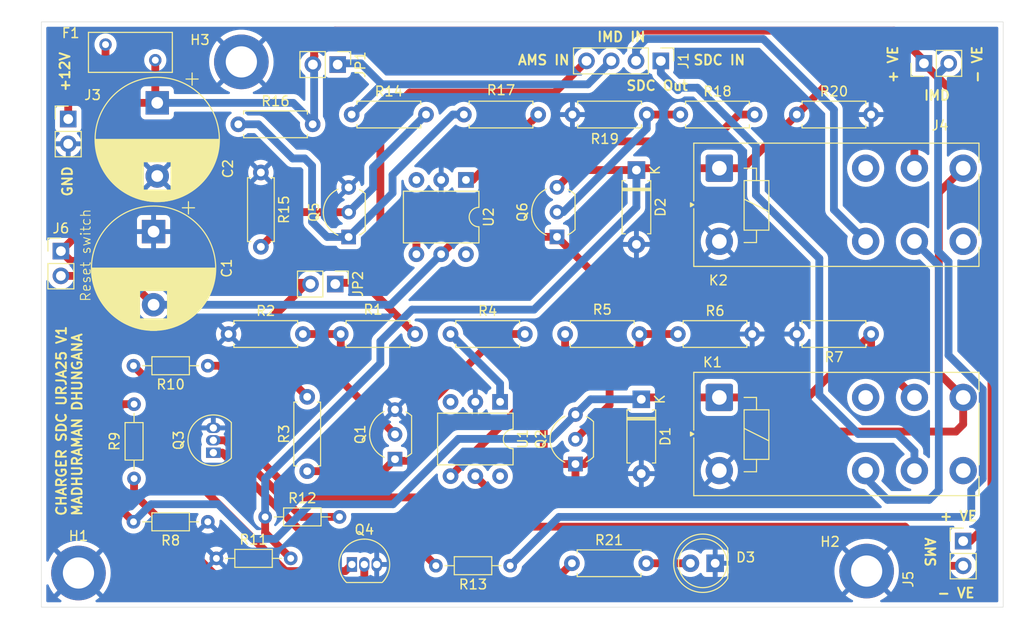
<source format=kicad_pcb>
(kicad_pcb (version 20240108) (generator "pcbnew") (generator_version "8.0")
  (layers (0 "F.Cu" signal) (31 "B.Cu" signal) (34 "B.Paste" user) (35 "F.Paste" user) (36 "B.SilkS" user "B.Silkscreen") (37 "F.SilkS" user "F.Silkscreen") (38 "B.Mask" user) (39 "F.Mask" user) (44 "Edge.Cuts" user))
  (net 0 "")
  (net 1 "AMS LED +ve")
  (net 2 "Reset Switch -Ve")
  (net 3 "GND")
  (net 4 "AMS Fault Led")
  (net 5 "IMD Fault Led")
  (net 6 "IMD Status In")
  (net 7 "AMS Status in")
  (net 8 "SDC OUT")
  (net 9 "SDC IN")
  (net 10 "IMD LED -ve")
  (net 11 "AMS LED -ve")
  (net 13 "Net-(K1-Pad22)")
  (net 17 "Net-(Q1-B)")
  (net 18 "Net-(Q1-C)")
  (net 19 "Net-(Q2-B)")
  (net 20 "Net-(Q5-C)")
  (net 21 "Net-(Q5-B)")
  (net 22 "Net-(Q6-B)")
  (net 23 "Net-(R4-Pad1)")
  (net 24 "Net-(R5-Pad2)")
  (net 25 "Net-(R17-Pad1)")
  (net 26 "Net-(R18-Pad2)")
  (net 31 "Net-(D3-A)")
  (net 32 "Net-(J3-Pin_1)")
  (net 33 "Net-(Q3-C)")
  (net 34 "Net-(Q3-B)")
  (net 35 "Net-(Q4-C)")
  (net 36 "Net-(Q4-B)")
  (footprint "Resistor_THT:R_Axial_DIN0207_L6.3mm_D2.5mm_P7.62mm_Horizontal" (layer "F.Cu") (at 117.81 71.25)
    (property "Reference" "R14" (at 3.81 -2.37 0) (layer "F.SilkS"))
    (property "Value" "1K")
    (pad "1" thru_hole circle (at 0 0) (size 1.6 1.6) (drill 0.8) (layers "*.Cu" "*.Mask") (net 6 "IMD Status In"))
    (pad "2" thru_hole oval (at 7.62 0) (size 1.6 1.6) (drill 0.8) (layers "*.Cu" "*.Mask") (net 21 "Net-(Q5-B)"))
  )
  (footprint "Capacitor_THT:CP_Radial_D12.5mm_P7.50mm" (layer "F.Cu") (at 97.5 83.25 -90)
    (property "Reference" "C1" (at 3.75 -7.5 90) (layer "F.SilkS"))
    (property "Value" "C_Polarized")
    (pad "1" thru_hole rect (at 0 0 270) (size 2.4 2.4) (drill 1.2) (layers "*.Cu" "*.Mask") (net 3 "GND"))
    (pad "2" thru_hole circle (at 7.5 0 270) (size 2.4 2.4) (drill 1.2) (layers "*.Cu" "*.Mask") (net 2 "Reset Switch -Ve"))
  )
  (footprint "Package_TO_SOT_THT:TO-92_Inline_Wide" (layer "F.Cu") (at 140.75 107.08 90)
    (property "Reference" "Q2" (at 2.54 -3.56 90) (layer "F.SilkS"))
    (property "Value" "NPN")
    (pad "1" thru_hole rect (at 0 0 90) (size 1.5 1.5) (drill 0.8) (layers "*.Cu" "*.Mask") (net 2 "Reset Switch -Ve"))
    (pad "2" thru_hole circle (at 2.54 0 90) (size 1.5 1.5) (drill 0.8) (layers "*.Cu" "*.Mask") (net 19 "Net-(Q2-B)"))
    (pad "3" thru_hole circle (at 5.08 0 90) (size 1.5 1.5) (drill 0.8) (layers "*.Cu" "*.Mask") (net 4 "AMS Fault Led"))
  )
  (footprint "Package_TO_SOT_THT:TO-92_Inline_Wide" (layer "F.Cu") (at 138.86 83.79 90)
    (property "Reference" "Q6" (at 2.54 -3.56 90) (layer "F.SilkS"))
    (property "Value" "NPN")
    (pad "1" thru_hole rect (at 0 0 90) (size 1.5 1.5) (drill 0.8) (layers "*.Cu" "*.Mask") (net 2 "Reset Switch -Ve"))
    (pad "2" thru_hole circle (at 2.54 0 90) (size 1.5 1.5) (drill 0.8) (layers "*.Cu" "*.Mask") (net 22 "Net-(Q6-B)"))
    (pad "3" thru_hole circle (at 5.08 0 90) (size 1.5 1.5) (drill 0.8) (layers "*.Cu" "*.Mask") (net 5 "IMD Fault Led"))
  )
  (footprint "Resistor_THT:R_Axial_DIN0204_L3.6mm_D1.6mm_P7.62mm_Horizontal" (layer "F.Cu") (at 103.06 97 180)
    (property "Reference" "R10" (at 3.81 -1.92 0) (layer "F.SilkS"))
    (property "Value" "220")
    (pad "1" thru_hole circle (at 0 0 180) (size 1.4 1.4) (drill 0.7) (layers "*.Cu" "*.Mask") (net 11 "AMS LED -ve"))
    (pad "2" thru_hole oval (at 7.62 0 180) (size 1.4 1.4) (drill 0.7) (layers "*.Cu" "*.Mask") (net 35 "Net-(Q4-C)"))
  )
  (footprint "MountingHole:MountingHole_3.2mm_M3_DIN965_Pad" (layer "F.Cu") (at 89.8 118.25)
    (property "Reference" "H1" (at 0 -3.8 0) (layer "F.SilkS"))
    (property "Value" "MountingHole_Pad")
    (pad "1" thru_hole circle (at 0 0) (size 5.6 5.6) (drill 3.2) (layers "*.Cu" "*.Mask") (net 3 "GND"))
  )
  (footprint "MountingHole:MountingHole_3.2mm_M3_DIN965_Pad" (layer "F.Cu") (at 106.5 65.85)
    (property "Reference" "H3" (at -4.25 -2.25 0) (layer "F.SilkS"))
    (property "Value" "MountingHole_Pad")
    (pad "1" thru_hole circle (at 0 0) (size 5.6 5.6) (drill 3.2) (layers "*.Cu" "*.Mask") (net 3 "GND"))
  )
  (footprint "Package_TO_SOT_THT:TO-92L_Inline_Wide" (layer "F.Cu") (at 117.5 83.8 90)
    (property "Reference" "Q5" (at 2.54 -3.56 90) (layer "F.SilkS"))
    (property "Value" "NPN")
    (pad "1" thru_hole rect (at 0 0 90) (size 1.5 1.5) (drill 0.8) (layers "*.Cu" "*.Mask") (net 20 "Net-(Q5-C)"))
    (pad "2" thru_hole circle (at 2.54 0 90) (size 1.5 1.5) (drill 0.8) (layers "*.Cu" "*.Mask") (net 21 "Net-(Q5-B)"))
    (pad "3" thru_hole circle (at 5.08 0 90) (size 1.5 1.5) (drill 0.8) (layers "*.Cu" "*.Mask") (net 3 "GND"))
  )
  (footprint "Resistor_THT:R_Axial_DIN0207_L6.3mm_D2.5mm_P7.62mm_Horizontal" (layer "F.Cu") (at 127.94 93.75)
    (property "Reference" "R4" (at 3.81 -2.37 0) (layer "F.SilkS"))
    (property "Value" "1K")
    (pad "1" thru_hole circle (at 0 0) (size 1.6 1.6) (drill 0.8) (layers "*.Cu" "*.Mask") (net 23 "Net-(R4-Pad1)"))
    (pad "2" thru_hole oval (at 7.62 0) (size 1.6 1.6) (drill 0.8) (layers "*.Cu" "*.Mask") (net 18 "Net-(Q1-C)"))
  )
  (footprint "Package_DIP:DIP-6_W7.62mm" (layer "F.Cu") (at 129.525 77.95 -90)
    (property "Reference" "U2" (at 3.81 -2.33 90) (layer "F.SilkS"))
    (property "Value" "4N25")
    (pad "1" thru_hole rect (at 0 0 270) (size 1.6 1.6) (drill 0.8) (layers "*.Cu" "*.Mask") (net 25 "Net-(R17-Pad1)"))
    (pad "2" thru_hole oval (at 0 2.54 270) (size 1.6 1.6) (drill 0.8) (layers "*.Cu" "*.Mask") (net 3 "GND"))
    (pad "3" thru_hole oval (at 0 5.08 270) (size 1.6 1.6) (drill 0.8) (layers "*.Cu" "*.Mask"))
    (pad "4" thru_hole oval (at 7.62 5.08 270) (size 1.6 1.6) (drill 0.8) (layers "*.Cu" "*.Mask") (net 26 "Net-(R18-Pad2)"))
    (pad "5" thru_hole oval (at 7.62 2.54 270) (size 1.6 1.6) (drill 0.8) (layers "*.Cu" "*.Mask") (net 2 "Reset Switch -Ve"))
    (pad "6" thru_hole oval (at 7.62 0 270) (size 1.6 1.6) (drill 0.8) (layers "*.Cu" "*.Mask"))
  )
  (footprint "Package_TO_SOT_THT:TO-92L_Inline_Wide" (layer "F.Cu") (at 122.25 106.58 90)
    (property "Reference" "Q1" (at 2.54 -3.56 90) (layer "F.SilkS"))
    (property "Value" "NPN")
    (pad "1" thru_hole rect (at 0 0 90) (size 1.5 1.5) (drill 0.8) (layers "*.Cu" "*.Mask") (net 18 "Net-(Q1-C)"))
    (pad "2" thru_hole circle (at 2.54 0 90) (size 1.5 1.5) (drill 0.8) (layers "*.Cu" "*.Mask") (net 17 "Net-(Q1-B)"))
    (pad "3" thru_hole circle (at 5.08 0 90) (size 1.5 1.5) (drill 0.8) (layers "*.Cu" "*.Mask") (net 3 "GND"))
  )
  (footprint "Package_TO_SOT_THT:TO-92_Inline" (layer "F.Cu") (at 117.835 117.375)
    (property "Reference" "Q4" (at 1.27 -3.56 0) (layer "F.SilkS"))
    (property "Value" "BC547")
    (pad "1" thru_hole rect (at 0 0) (size 1.05 1.5) (drill 0.75) (layers "*.Cu" "*.Mask") (net 35 "Net-(Q4-C)"))
    (pad "2" thru_hole oval (at 1.27 0) (size 1.05 1.5) (drill 0.75) (layers "*.Cu" "*.Mask") (net 36 "Net-(Q4-B)"))
    (pad "3" thru_hole oval (at 2.54 0) (size 1.05 1.5) (drill 0.75) (layers "*.Cu" "*.Mask") (net 3 "GND"))
  )
  (footprint "Resistor_THT:R_Axial_DIN0207_L6.3mm_D2.5mm_P7.62mm_Horizontal" (layer "F.Cu") (at 140.39 117.25)
    (property "Reference" "R21" (at 3.81 -2.37 0) (layer "F.SilkS"))
    (property "Value" "1K")
    (pad "1" thru_hole circle (at 0 0) (size 1.6 1.6) (drill 0.8) (layers "*.Cu" "*.Mask") (net 1 "AMS LED +ve"))
    (pad "2" thru_hole oval (at 7.62 0) (size 1.6 1.6) (drill 0.8) (layers "*.Cu" "*.Mask") (net 31 "Net-(D3-A)"))
  )
  (footprint "Resistor_THT:R_Axial_DIN0207_L6.3mm_D2.5mm_P7.62mm_Horizontal" (layer "F.Cu") (at 171.06 93.75 180)
    (property "Reference" "R7" (at 3.81 -2.37 0) (layer "F.SilkS"))
    (property "Value" "10K")
    (pad "1" thru_hole circle (at 0 0 180) (size 1.6 1.6) (drill 0.8) (layers "*.Cu" "*.Mask") (net 4 "AMS Fault Led"))
    (pad "2" thru_hole oval (at 7.62 0 180) (size 1.6 1.6) (drill 0.8) (layers "*.Cu" "*.Mask") (net 3 "GND"))
  )
  (footprint "MountingHole:MountingHole_3.2mm_M3_DIN965_Pad" (layer "F.Cu") (at 170.6 118.05)
    (property "Reference" "H2" (at -3.75 -3 0) (layer "F.SilkS"))
    (property "Value" "MountingHole_Pad")
    (pad "1" thru_hole circle (at 0 0) (size 5.6 5.6) (drill 3.2) (layers "*.Cu" "*.Mask") (net 3 "GND"))
  )
  (footprint "Resistor_THT:R_Axial_DIN0207_L6.3mm_D2.5mm_P7.62mm_Horizontal" (layer "F.Cu") (at 136.93 71.25 180)
    (property "Reference" "R17" (at 3.81 2.5 0) (layer "F.SilkS"))
    (property "Value" "1K")
    (pad "1" thru_hole circle (at 0 0 180) (size 1.6 1.6) (drill 0.8) (layers "*.Cu" "*.Mask") (net 25 "Net-(R17-Pad1)"))
    (pad "2" thru_hole oval (at 7.62 0 180) (size 1.6 1.6) (drill 0.8) (layers "*.Cu" "*.Mask") (net 20 "Net-(Q5-C)"))
  )
  (footprint "Resistor_THT:R_Axial_DIN0204_L3.6mm_D1.6mm_P7.62mm_Horizontal" (layer "F.Cu") (at 103.06 113 180)
    (property "Reference" "R8" (at 3.81 -1.92 0) (layer "F.SilkS"))
    (property "Value" "10k")
    (pad "1" thru_hole circle (at 0 0 180) (size 1.4 1.4) (drill 0.7) (layers "*.Cu" "*.Mask") (net 3 "GND"))
    (pad "2" thru_hole oval (at 7.62 0 180) (size 1.4 1.4) (drill 0.7) (layers "*.Cu" "*.Mask") (net 4 "AMS Fault Led"))
  )
  (footprint "Diode_THT:D_A-405_P7.62mm_Horizontal" (layer "F.Cu") (at 147 76.94 -90)
    (property "Reference" "D2" (at 3.81 -2.47 90) (layer "F.SilkS"))
    (property "Value" "D")
    (fp_text user "K" (at 0 -1.9 90) (layer "F.SilkS"))
    (pad "1" thru_hole rect (at 0 0 270) (size 1.8 1.8) (drill 0.9) (layers "*.Cu" "*.Mask") (net 5 "IMD Fault Led"))
    (pad "2" thru_hole oval (at 7.62 0 270) (size 1.8 1.8) (drill 0.9) (layers "*.Cu" "*.Mask") (net 3 "GND"))
  )
  (footprint "Diode_THT:D_A-405_P7.62mm_Horizontal" (layer "F.Cu") (at 147.5 100.44 -90)
    (property "Reference" "D1" (at 3.81 -2.47 90) (layer "F.SilkS"))
    (property "Value" "D")
    (fp_text user "K" (at 0 -1.9 90) (layer "F.SilkS"))
    (pad "1" thru_hole rect (at 0 0 270) (size 1.8 1.8) (drill 0.9) (layers "*.Cu" "*.Mask") (net 4 "AMS Fault Led"))
    (pad "2" thru_hole oval (at 7.62 0 270) (size 1.8 1.8) (drill 0.9) (layers "*.Cu" "*.Mask") (net 3 "GND"))
  )
  (footprint "Resistor_THT:R_Axial_DIN0204_L3.6mm_D1.6mm_P7.62mm_Horizontal" (layer "F.Cu") (at 103.94 116.75)
    (property "Reference" "R11" (at 3.81 -1.92 0) (layer "F.SilkS"))
    (property "Value" "10k")
    (pad "1" thru_hole circle (at 0 0) (size 1.4 1.4) (drill 0.7) (layers "*.Cu" "*.Mask") (net 3 "GND"))
    (pad "2" thru_hole oval (at 7.62 0) (size 1.4 1.4) (drill 0.7) (layers "*.Cu" "*.Mask") (net 5 "IMD Fault Led"))
  )
  (footprint "Capacitor_THT:CP_Radial_D12.5mm_P7.50mm" (layer "F.Cu") (at 97.875 70.051041 -90)
    (property "Reference" "C2" (at 6.75 -7.25 90) (layer "F.SilkS"))
    (property "Value" "C_Polarized")
    (pad "1" thru_hole rect (at 0 0 270) (size 2.4 2.4) (drill 1.2) (layers "*.Cu" "*.Mask") (net 1 "AMS LED +ve"))
    (pad "2" thru_hole circle (at 7.5 0 270) (size 2.4 2.4) (drill 1.2) (layers "*.Cu" "*.Mask") (net 3 "GND"))
  )
  (footprint "Resistor_THT:R_Axial_DIN0207_L6.3mm_D2.5mm_P7.62mm_Horizontal" (layer "F.Cu") (at 148.06 71.25 180)
    (property "Reference" "R19" (at 4.31 -2.5 0) (layer "F.SilkS"))
    (property "Value" "10K")
    (pad "1" thru_hole circle (at 0 0 180) (size 1.6 1.6) (drill 0.8) (layers "*.Cu" "*.Mask") (net 22 "Net-(Q6-B)"))
    (pad "2" thru_hole oval (at 7.62 0 180) (size 1.6 1.6) (drill 0.8) (layers "*.Cu" "*.Mask") (net 3 "GND"))
  )
  (footprint "Connector_PinHeader_2.54mm:PinHeader_1x02_P2.54mm_Vertical" (layer "F.Cu") (at 88.75 71.71)
    (property "Reference" "J3" (at 2.5 -2.46 0) (layer "F.SilkS"))
    (property "Value" "Conn_01x02_Pin")
    (pad "1" thru_hole rect (at 0 0) (size 1.7 1.7) (drill 1) (layers "*.Cu" "*.Mask") (net 32 "Net-(J3-Pin_1)"))
    (pad "2" thru_hole oval (at 0 2.54) (size 1.7 1.7) (drill 1) (layers "*.Cu" "*.Mask") (net 3 "GND"))
  )
  (footprint "Connector_PinHeader_2.54mm:PinHeader_1x04_P2.54mm_Vertical" (layer "F.Cu") (at 149.5 65.75 -90)
    (property "Reference" "J1" (at 0 -2.33 90) (layer "F.SilkS"))
    (property "Value" "Conn_01x04_Pin")
    (pad "1" thru_hole rect (at 0 0 270) (size 1.7 1.7) (drill 1) (layers "*.Cu" "*.Mask") (net 9 "SDC IN"))
    (pad "2" thru_hole oval (at 0 2.54 270) (size 1.7 1.7) (drill 1) (layers "*.Cu" "*.Mask") (net 8 "SDC OUT"))
    (pad "3" thru_hole oval (at 0 5.08 270) (size 1.7 1.7) (drill 1) (layers "*.Cu" "*.Mask") (net 6 "IMD Status In"))
    (pad "4" thru_hole oval (at 0 7.62 270) (size 1.7 1.7) (drill 1) (layers "*.Cu" "*.Mask") (net 7 "AMS Status in"))
  )
  (footprint "Connector_PinHeader_2.54mm:PinHeader_1x02_P2.54mm_Vertical" (layer "F.Cu") (at 116.125 88.625 -90)
    (property "Reference" "JP2" (at 0 -2.33 90) (layer "F.SilkS"))
    (property "Value" "Jumper_2_Open")
    (pad "1" thru_hole rect (at 0 0 270) (size 1.7 1.7) (drill 1) (layers "*.Cu" "*.Mask") (net 7 "AMS Status in"))
    (pad "2" thru_hole oval (at 0 2.54 270) (size 1.7 1.7) (drill 1) (layers "*.Cu" "*.Mask") (net 1 "AMS LED +ve"))
  )
  (footprint "Resistor_THT:R_Axial_DIN0207_L6.3mm_D2.5mm_P7.62mm_Horizontal" (layer "F.Cu") (at 113.25 107.81 90)
    (property "Reference" "R3" (at 3.81 -2.37 90) (layer "F.SilkS"))
    (property "Value" "1K")
    (pad "1" thru_hole circle (at 0 0 90) (size 1.6 1.6) (drill 0.8) (layers "*.Cu" "*.Mask") (net 18 "Net-(Q1-C)"))
    (pad "2" thru_hole oval (at 7.62 0 90) (size 1.6 1.6) (drill 0.8) (layers "*.Cu" "*.Mask") (net 1 "AMS LED +ve"))
  )
  (footprint "Resistor_THT:R_Axial_DIN0207_L6.3mm_D2.5mm_P7.62mm_Horizontal" (layer "F.Cu") (at 147.31 93.75 180)
    (property "Reference" "R5" (at 3.81 2.5 0) (layer "F.SilkS"))
    (property "Value" "1K")
    (pad "1" thru_hole circle (at 0 0 180) (size 1.6 1.6) (drill 0.8) (layers "*.Cu" "*.Mask") (net 19 "Net-(Q2-B)"))
    (pad "2" thru_hole oval (at 7.62 0 180) (size 1.6 1.6) (drill 0.8) (layers "*.Cu" "*.Mask") (net 24 "Net-(R5-Pad2)"))
  )
  (footprint "Resistor_THT:R_Axial_DIN0207_L6.3mm_D2.5mm_P7.62mm_Horizontal" (layer "F.Cu") (at 105.19 93.75)
    (property "Reference" "R2" (at 3.81 -2.37 0) (layer "F.SilkS"))
    (property "Value" "10K")
    (pad "1" thru_hole circle (at 0 0) (size 1.6 1.6) (drill 0.8) (layers "*.Cu" "*.Mask") (net 3 "GND"))
    (pad "2" thru_hole oval (at 7.62 0) (size 1.6 1.6) (drill 0.8) (layers "*.Cu" "*.Mask") (net 17 "Net-(Q1-B)"))
  )
  (footprint "Resistor_THT:R_Axial_DIN0207_L6.3mm_D2.5mm_P7.62mm_Horizontal" (layer "F.Cu") (at 108.5 77.19 -90)
    (property "Reference" "R15" (at 3.81 -2.37 90) (layer "F.SilkS"))
    (property "Value" "10K")
    (pad "1" thru_hole circle (at 0 0 270) (size 1.6 1.6) (drill 0.8) (layers "*.Cu" "*.Mask") (net 3 "GND"))
    (pad "2" thru_hole oval (at 7.62 0 270) (size 1.6 1.6) (drill 0.8) (layers "*.Cu" "*.Mask") (net 21 "Net-(Q5-B)"))
  )
  (footprint "Package_DIP:DIP-6_W7.62mm" (layer "F.Cu") (at 133.025 100.7 -90)
    (property "Reference" "U1" (at 3.81 -2.33 90) (layer "F.SilkS"))
    (property "Value" "4N25")
    (pad "1" thru_hole rect (at 0 0 270) (size 1.6 1.6) (drill 0.8) (layers "*.Cu" "*.Mask") (net 23 "Net-(R4-Pad1)"))
    (pad "2" thru_hole oval (at 0 2.54 270) (size 1.6 1.6) (drill 0.8) (layers "*.Cu" "*.Mask") (net 3 "GND"))
    (pad "3" thru_hole oval (at 0 5.08 270) (size 1.6 1.6) (drill 0.8) (layers "*.Cu" "*.Mask"))
    (pad "4" thru_hole oval (at 7.62 5.08 270) (size 1.6 1.6) (drill 0.8) (layers "*.Cu" "*.Mask") (net 24 "Net-(R5-Pad2)"))
    (pad "5" thru_hole oval (at 7.62 2.54 270) (size 1.6 1.6) (drill 0.8) (layers "*.Cu" "*.Mask") (net 2 "Reset Switch -Ve"))
    (pad "6" thru_hole oval (at 7.62 0 270) (size 1.6 1.6) (drill 0.8) (layers "*.Cu" "*.Mask"))
  )
  (footprint "LED_THT:LED_D5.0mm" (layer "F.Cu") (at 155.075 117.25 180)
    (property "Reference" "D3" (at -3.125 0.6 0) (layer "F.SilkS"))
    (property "Value" "LED")
    (pad "1" thru_hole rect (at 0 0 180) (size 1.8 1.8) (drill 0.9) (layers "*.Cu" "*.Mask") (net 3 "GND"))
    (pad "2" thru_hole circle (at 2.54 0 180) (size 1.8 1.8) (drill 0.9) (layers "*.Cu" "*.Mask") (net 31 "Net-(D3-A)"))
  )
  (footprint "Resistor_THT:R_Axial_DIN0207_L6.3mm_D2.5mm_P7.62mm_Horizontal" (layer "F.Cu") (at 151.5 71.25)
    (property "Reference" "R18" (at 3.81 -2.37 0) (layer "F.SilkS"))
    (property "Value" "1K")
    (pad "1" thru_hole circle (at 0 0) (size 1.6 1.6) (drill 0.8) (layers "*.Cu" "*.Mask") (net 22 "Net-(Q6-B)"))
    (pad "2" thru_hole oval (at 7.62 0) (size 1.6 1.6) (drill 0.8) (layers "*.Cu" "*.Mask") (net 26 "Net-(R18-Pad2)"))
  )
  (footprint "Relay_THT:Relay_DPDT_Finder_40.52" (layer "F.Cu") (at 155.5 100.25)
    (property "Reference" "K1" (at -0.7 -3.6 0) (layer "F.SilkS"))
    (property "Value" "Relay_DPDT")
    (pad "11" thru_hole circle (at 20 0) (size 2.8 2.8) (drill 1.5) (layers "*.Cu" "*.Mask") (net 4 "AMS Fault Led"))
    (pad "12" thru_hole circle (at 15 0) (size 2.8 2.8) (drill 1.5) (layers "*.Cu" "*.Mask"))
    (pad "14" thru_hole circle (at 25 0) (size 2.8 2.8) (drill 1.5) (layers "*.Cu" "*.Mask") (net 2 "Reset Switch -Ve"))
    (pad "21" thru_hole circle (at 20 7.5) (size 2.8 2.8) (drill 1.5) (layers "*.Cu" "*.Mask") (net 9 "SDC IN"))
    (pad "22" thru_hole circle (at 15 7.5) (size 2.8 2.8) (drill 1.5) (layers "*.Cu" "*.Mask") (net 13 "Net-(K1-Pad22)"))
    (pad "24" thru_hole circle (at 25 7.5) (size 2.8 2.8) (drill 1.5) (layers "*.Cu" "*.Mask"))
    (pad "A1" thru_hole roundrect (at 0 0) (size 2.8 2.8) (drill 1.5) (layers "*.Cu" "*.Mask") (roundrect_rratio 0.08928571429) (net 4 "AMS Fault Led"))
    (pad "A2" thru_hole circle (at 0 7.5) (size 2.8 2.8) (drill 1.5) (layers "*.Cu" "*.Mask") (net 3 "GND"))
  )
  (footprint "Fuse:Fuse_BelFuse_0ZRE0008FF_L8.3mm_W3.8mm" (layer "F.Cu") (at 92.575 64.075)
    (property "Reference" "F1" (at -3.575 -1.175 0) (layer "F.SilkS"))
    (property "Value" "Polyfuse")
    (pad "1" thru_hole circle (at 0 0) (size 1.27 1.27) (drill 0.71) (layers "*.Cu" "*.Mask") (net 32 "Net-(J3-Pin_1)"))
    (pad "2" thru_hole circle (at 5.1 1.6) (size 1.27 1.27) (drill 0.71) (layers "*.Cu" "*.Mask") (net 1 "AMS LED +ve"))
  )
  (footprint "Resistor_THT:R_Axial_DIN0204_L3.6mm_D1.6mm_P7.62mm_Horizontal" (layer "F.Cu") (at 134.06 117.5 180)
    (property "Reference" "R13" (at 3.81 -1.92 0) (layer "F.SilkS"))
    (property "Value" "220")
    (pad "1" thru_hole circle (at 0 0 180) (size 1.4 1.4) (drill 0.7) (layers "*.Cu" "*.Mask") (net 10 "IMD LED -ve"))
    (pad "2" thru_hole oval (at 7.62 0 180) (size 1.4 1.4) (drill 0.7) (layers "*.Cu" "*.Mask") (net 33 "Net-(Q3-C)"))
  )
  (footprint "Resistor_THT:R_Axial_DIN0204_L3.6mm_D1.6mm_P7.62mm_Horizontal" (layer "F.Cu") (at 108.94 112.5)
    (property "Reference" "R12" (at 3.81 -1.92 0) (layer "F.SilkS"))
    (property "Value" "100")
    (pad "1" thru_hole circle (at 0 0) (size 1.4 1.4) (drill 0.7) (layers "*.Cu" "*.Mask") (net 5 "IMD Fault Led"))
    (pad "2" thru_hole oval (at 7.62 0) (size 1.4 1.4) (drill 0.7) (layers "*.Cu" "*.Mask") (net 34 "Net-(Q3-B)"))
  )
  (footprint "Relay_THT:Relay_DPDT_Finder_40.52" (layer "F.Cu") (at 155.5 76.75)
    (property "Reference" "K2" (at -0.1 11.5 0) (layer "F.SilkS"))
    (property "Value" "Relay_DPDT")
    (pad "11" thru_hole circle (at 20 0) (size 2.8 2.8) (drill 1.5) (layers "*.Cu" "*.Mask") (net 5 "IMD Fault Led"))
    (pad "12" thru_hole circle (at 15 0) (size 2.8 2.8) (drill 1.5) (layers "*.Cu" "*.Mask"))
    (pad "14" thru_hole circle (at 25 0) (size 2.8 2.8) (drill 1.5) (layers "*.Cu" "*.Mask") (net 2 "Reset Switch -Ve"))
    (pad "21" thru_hole circle (at 20 7.5) (size 2.8 2.8) (drill 1.5) (layers "*.Cu" "*.Mask") (net 13 "Net-(K1-Pad22)"))
    (pad "22" thru_hole circle (at 15 7.5) (size 2.8 2.8) (drill 1.5) (layers "*.Cu" "*.Mask") (net 8 "SDC OUT"))
    (pad "24" thru_hole circle (at 25 7.5) (size 2.8 2.8) (drill 1.5) (layers "*.Cu" "*.Mask"))
    (pad "A1" thru_hole roundrect (at 0 0) (size 2.8 2.8) (drill 1.5) (layers "*.Cu" "*.Mask") (roundrect_rratio 0.08928571429) (net 5 "IMD Fault Led"))
    (pad "A2" thru_hole circle (at 0 7.5) (size 2.8 2.8) (drill 1.5) (layers "*.Cu" "*.Mask") (net 3 "GND"))
  )
  (footprint "Connector_PinHeader_2.54mm:PinHeader_1x02_P2.54mm_Vertical" (layer "F.Cu") (at 88 85.25)
    (property "Reference" "J6" (at 0 -2.33 0) (layer "F.SilkS"))
    (property "Value" "Conn_01x02_Pin")
    (pad "1" thru_hole rect (at 0 0) (size 1.7 1.7) (drill 1) (layers "*.Cu" "*.Mask") (net 1 "AMS LED +ve"))
    (pad "2" thru_hole oval (at 0 2.54) (size 1.7 1.7) (drill 1) (layers "*.Cu" "*.Mask") (net 2 "Reset Switch -Ve"))
  )
  (footprint "Connector_PinHeader_2.54mm:PinHeader_1x02_P2.54mm_Vertical" (layer "F.Cu") (at 116.375 66.125 -90)
    (property "Reference" "JP1" (at 0 -2.33 90) (layer "F.SilkS"))
    (property "Value" "Jumper_2_Open")
    (pad "1" thru_hole rect (at 0 0 270) (size 1.7 1.7) (drill 1) (layers "*.Cu" "*.Mask") (net 6 "IMD Status In"))
    (pad "2" thru_hole oval (at 0 2.54 270) (size 1.7 1.7) (drill 1) (layers "*.Cu" "*.Mask") (net 1 "AMS LED +ve"))
  )
  (footprint "Package_TO_SOT_THT:TO-92_Inline" (layer "F.Cu") (at 103.625 105.915 90)
    (property "Reference" "Q3" (at 1.27 -3.56 90) (layer "F.SilkS"))
    (property "Value" "BC547")
    (pad "1" thru_hole rect (at 0 0 90) (size 1.05 1.5) (drill 0.75) (layers "*.Cu" "*.Mask") (net 33 "Net-(Q3-C)"))
    (pad "2" thru_hole oval (at 1.27 0 90) (size 1.05 1.5) (drill 0.75) (layers "*.Cu" "*.Mask") (net 34 "Net-(Q3-B)"))
    (pad "3" thru_hole oval (at 2.54 0 90) (size 1.05 1.5) (drill 0.75) (layers "*.Cu" "*.Mask") (net 3 "GND"))
  )
  (footprint "Resistor_THT:R_Axial_DIN0207_L6.3mm_D2.5mm_P7.62mm_Horizontal" (layer "F.Cu") (at 106.19 72.25)
    (property "Reference" "R16" (at 3.81 -2.37 0) (layer "F.SilkS"))
    (property "Value" "1K")
    (pad "1" thru_hole circle (at 0 0) (size 1.6 1.6) (drill 0.8) (layers "*.Cu" "*.Mask") (net 20 "Net-(Q5-C)"))
    (pad "2" thru_hole oval (at 7.62 0) (size 1.6 1.6) (drill 0.8) (layers "*.Cu" "*.Mask") (net 1 "AMS LED +ve"))
  )
  (footprint "Connector_PinHeader_2.54mm:PinHeader_1x02_P2.54mm_Vertical" (layer "F.Cu") (at 176.475 66 90)
    (property "Reference" "J4" (at -6.375 1.65 180) (layer "F.SilkS"))
    (property "Value" "Conn_01x02_Pin")
    (pad "1" thru_hole rect (at 0 0 90) (size 1.7 1.7) (drill 1) (layers "*.Cu" "*.Mask") (net 1 "AMS LED +ve"))
    (pad "2" thru_hole oval (at 0 2.54 90) (size 1.7 1.7) (drill 1) (layers "*.Cu" "*.Mask") (net 10 "IMD LED -ve"))
  )
  (footprint "Resistor_THT:R_Axial_DIN0207_L6.3mm_D2.5mm_P7.62mm_Horizontal" (layer "F.Cu") (at 151.25 93.75)
    (property "Reference" "R6" (at 3.81 -2.37 0) (layer "F.SilkS"))
    (property "Value" "10K")
    (pad "1" thru_hole circle (at 0 0) (size 1.6 1.6) (drill 0.8) (layers "*.Cu" "*.Mask") (net 19 "Net-(Q2-B)"))
    (pad "2" thru_hole oval (at 7.62 0) (size 1.6 1.6) (drill 0.8) (layers "*.Cu" "*.Mask") (net 3 "GND"))
  )
  (footprint "Resistor_THT:R_Axial_DIN0204_L3.6mm_D1.6mm_P7.62mm_Horizontal" (layer "F.Cu") (at 95.5 100.94 -90)
    (property "Reference" "R9" (at 3.81 2 90) (layer "F.SilkS"))
    (property "Value" "100")
    (pad "1" thru_hole circle (at 0 0 270) (size 1.4 1.4) (drill 0.7) (layers "*.Cu" "*.Mask") (net 4 "AMS Fault Led"))
    (pad "2" thru_hole oval (at 7.62 0 270) (size 1.4 1.4) (drill 0.7) (layers "*.Cu" "*.Mask") (net 36 "Net-(Q4-B)"))
  )
  (footprint "Resistor_THT:R_Axial_DIN0207_L6.3mm_D2.5mm_P7.62mm_Horizontal" (layer "F.Cu") (at 124.31 93.75 180)
    (property "Reference" "R1" (at 4.31 2.5 0) (layer "F.SilkS"))
    (property "Value" "1K")
    (pad "1" thru_hole circle (at 0 0 180) (size 1.6 1.6) (drill 0.8) (layers "*.Cu" "*.Mask") (net 7 "AMS Status in"))
    (pad "2" thru_hole oval (at 7.62 0 180) (size 1.6 1.6) (drill 0.8) (layers "*.Cu" "*.Mask") (net 17 "Net-(Q1-B)"))
  )
  (footprint "Resistor_THT:R_Axial_DIN0207_L6.3mm_D2.5mm_P7.62mm_Horizontal" (layer "F.Cu") (at 163.44 71.25)
    (property "Reference" "R20" (at 3.81 -2.37 0) (layer "F.SilkS"))
    (property "Value" "10K")
    (pad "1" thru_hole circle (at 0 0) (size 1.6 1.6) (drill 0.8) (layers "*.Cu" "*.Mask") (net 5 "IMD Fault Led"))
    (pad "2" thru_hole oval (at 7.62 0) (size 1.6 1.6) (drill 0.8) (layers "*.Cu" "*.Mask") (net 3 "GND"))
  )
  (footprint "Connector_PinHeader_2.54mm:PinHeader_1x02_P2.54mm_Vertical" (layer "F.Cu") (at 180.5 114.975)
    (property "Reference" "J5" (at -5.625 3.915 90) (layer "F.SilkS"))
    (property "Value" "Conn_01x02_Pin")
    (pad "1" thru_hole rect (at 0 0) (size 1.7 1.7) (drill 1) (layers "*.Cu" "*.Mask") (net 1 "AMS LED +ve"))
    (pad "2" thru_hole oval (at 0 2.54) (size 1.7 1.7) (drill 1) (layers "*.Cu" "*.Mask") (net 11 "AMS LED -ve"))
  )
  (gr_rect (start 86 61.75) (end 184.6 121.75) (stroke (width 0.05)) (fill none) (layer "Edge.Cuts"))
  (gr_text "SDC IN\n" (at 152.75 66.25 0) (layer "F.SilkS") (effects (font (size 1 1) (thickness 0.2) (bold yes)) (justify left bottom)))
  (gr_text "+ VE\n" (at 173.875 68.125 90) (layer "F.SilkS") (effects (font (size 1 1) (thickness 0.2) (bold yes)) (justify left bottom)))
  (gr_text "SDC Out\n" (at 145.875 68.875 0) (layer "F.SilkS") (effects (font (size 1 1) (thickness 0.2) (bold yes)) (justify left bottom)))
  (gr_text "Reset switch" (at 91.125 90.5 90) (layer "F.SilkS") (effects (font (size 1 1) (thickness 0.1)) (justify left bottom)))
  (gr_text "- VE\n\n" (at 184.125 68.125 90) (layer "F.SilkS") (effects (font (size 1 1) (thickness 0.2) (bold yes)) (justify left bottom)))
  (gr_text "- VE\n\n" (at 177.75 122.5 0) (layer "F.SilkS") (effects (font (size 1 1) (thickness 0.2) (bold yes)) (justify left bottom)))
  (gr_text "+ VE\n" (at 178 113 0) (layer "F.SilkS") (effects (font (size 1 1) (thickness 0.2) (bold yes)) (justify left bottom)))
  (gr_text "IMD IN" (at 142.875 63.875 0) (layer "F.SilkS") (effects (font (size 1 1) (thickness 0.2) (bold yes)) (justify left bottom)))
  (gr_text "AMS" (at 176.5 114.5 270) (layer "F.SilkS") (effects (font (size 1 1) (thickness 0.2) (bold yes)) (justify left bottom)))
  (gr_text "AMS IN\n" (at 134.75 66.25 0) (layer "F.SilkS") (effects (font (size 1 1) (thickness 0.2) (bold yes)) (justify left bottom)))
  (gr_text "CHARGER SDC URJA25 V1\nMADHURAMAN DHUNGANA " (at 90.25 112.5 90) (layer "F.SilkS") (effects (font (size 1 1) (thickness 0.2) (bold yes)) (justify left bottom)))
  (gr_text "IMD" (at 176.375 69.875 0) (layer "F.SilkS") (effects (font (size 1 1) (thickness 0.2) (bold yes)) (justify left bottom)))
  (gr_text "GND" (at 89.25 79.75 90) (layer "F.SilkS") (effects (font (size 1 1) (thickness 0.2) (bold yes)) (justify left bottom)))
  (gr_text "+12V\n" (at 89 69 90) (layer "F.SilkS") (effects (font (size 1 1) (thickness 0.2) (bold yes)) (justify left bottom)))
  (segment (start 140.39 117.25) (end 137.19 120.45) (width 0.8) (layer "F.Cu") (net 1))
  (segment (start 180.5 114.975) (end 181.235 114.975) (width 0.8) (layer "F.Cu") (net 1))
  (segment (start 182 71.5) (end 181.975 71.5) (width 0.8) (layer "F.Cu") (net 1))
  (segment (start 92.25 72.21) (end 94.408959 70.051041) (width 0.8) (layer "F.Cu") (net 1))
  (segment (start 176.475 65.725) (end 176.475 66) (width 0.8) (layer "F.Cu") (net 1))
  (segment (start 100.5 86.25) (end 89 86.25) (width 0.8) (layer "F.Cu") (net 1))
  (segment (start 91.4 112.05) (end 91.4 97.904415) (width 0.8) (layer "F.Cu") (net 1))
  (segment (start 97.675 69.851041) (end 97.875 70.051041) (width 0.8) (layer "F.Cu") (net 1))
  (segment (start 113.96 66) (end 113.96 65.29) (width 0.8) (layer "F.Cu") (net 1))
  (segment (start 97.675 65.675) (end 97.675 69.851041) (width 0.8) (layer "F.Cu") (net 1))
  (segment (start 183.4 112.81) (end 183.4 72.9) (width 0.8) (layer "F.Cu") (net 1))
  (segment (start 88 85.25) (end 92.25 81) (width 0.8) (layer "F.Cu") (net 1))
  (segment (start 173.4 62.65) (end 176.475 65.725) (width 0.8) (layer "F.Cu") (net 1))
  (segment (start 92.25 81) (end 92.25 72.21) (width 0.8) (layer "F.Cu") (net 1))
  (segment (start 102.75 89.9) (end 102.75 88.5) (width 0.8) (layer "F.Cu") (net 1))
  (segment (start 110 96.94) (end 110 91.5) (width 0.8) (layer "F.Cu") (net 1))
  (segment (start 181.235 114.975) (end 183.4 112.81) (width 0.8) (layer "F.Cu") (net 1))
  (segment (start 113.96 65.29) (end 114 65.25) (width 0.8) (layer "F.Cu") (net 1))
  (segment (start 113.96 66) (end 113.96 64.797919) (width 0.8) (layer "F.Cu") (net 1))
  (segment (start 137.19 120.45) (end 99.8 120.45) (width 0.8) (layer "F.Cu") (net 1))
  (segment (start 110.25 91.5) (end 113.25 88.5) (width 0.8) (layer "F.Cu") (net 1))
  (segment (start 113.25 88.5) (end 102.75 88.5) (width 0.8) (layer "F.Cu") (net 1))
  (segment (start 113.96 64.797919) (end 116.107919 62.65) (width 0.8) (layer "F.Cu") (net 1))
  (segment (start 102.75 88.5) (end 100.5 86.25) (width 0.8) (layer "F.Cu") (net 1))
  (segment (start 116.107919 62.65) (end 173.4 62.65) (width 0.8) (layer "F.Cu") (net 1))
  (segment (start 113.25 100.19) (end 110 96.94) (width 0.8) (layer "F.Cu") (net 1))
  (segment (start 91.4 97.904415) (end 94.854415 94.45) (width 0.8) (layer "F.Cu") (net 1))
  (segment (start 89 86.25) (end 88 85.25) (width 0.8) (layer "F.Cu") (net 1))
  (segment (start 181.975 71.5) (end 176.475 66) (width 0.8) (layer "F.Cu") (net 1))
  (segment (start 94.408959 70.051041) (end 97.875 70.051041) (width 0.8) (layer "F.Cu") (net 1))
  (segment (start 98.2 94.45) (end 102.75 89.9) (width 0.8) (layer "F.Cu") (net 1))
  (segment (start 183.4 72.9) (end 182 71.5) (width 0.8) (layer "F.Cu") (net 1))
  (segment (start 110 91.5) (end 110.25 91.5) (width 0.8) (layer "F.Cu") (net 1))
  (segment (start 99.8 120.45) (end 91.4 112.05) (width 0.8) (layer "F.Cu") (net 1))
  (segment (start 94.854415 94.45) (end 98.2 94.45) (width 0.8) (layer "F.Cu") (net 1))
  (segment (start 97.875 70.051041) (end 111.808959 70.051041) (width 0.8) (layer "B.Cu") (net 1))
  (segment (start 113.96 72.1) (end 113.96 66) (width 0.8) (layer "B.Cu") (net 1))
  (segment (start 113.81 72.052082) (end 113.81 72.25) (width 0.8) (layer "B.Cu") (net 1))
  (segment (start 97.375 70.051041) (end 97.776041 69.65) (width 0.8) (layer "B.Cu") (net 1))
  (segment (start 113.81 72.25) (end 113.96 72.1) (width 0.8) (layer "B.Cu") (net 1))
  (segment (start 111.808959 70.051041) (end 113.81 72.052082) (width 0.8) (layer "B.Cu") (net 1))
  (segment (start 88 87.79) (end 94.54 87.79) (width 0.8) (layer "F.Cu") (net 2))
  (segment (start 178 79.25) (end 178 97.75) (width 0.8) (layer "F.Cu") (net 2))
  (segment (start 94.54 87.79) (end 97.5 90.75) (width 0.8) (layer "F.Cu") (net 2))
  (segment (start 128.765 83.79) (end 126.985 85.57) (width 0.8) (layer "F.Cu") (net 2))
  (segment (start 138.86 83.79) (end 128.765 83.79) (width 0.8) (layer "F.Cu") (net 2))
  (segment (start 180.5 76.75) (end 178 79.25) (width 0.8) (layer "F.Cu") (net 2))
  (segment (start 132.415 110.25) (end 130.485 108.32) (width 0.8) (layer "F.Cu") (net 2))
  (segment (start 140.75 107.08) (end 138.58 107.08) (width 0.8) (layer "F.Cu") (net 2))
  (segment (start 180.5 100.25) (end 180.5 103) (width 0.8) (layer "F.Cu") (net 2))
  (segment (start 137.5 101.25) (end 143.25 95.5) (width 0.8) (layer "F.Cu") (net 2))
  (segment (start 138.58 107.08) (end 137.5 106) (width 0.8) (layer "F.Cu") (net 2))
  (segment (start 140.75 109.5) (end 140 110.25) (width 0.8) (layer "F.Cu") (net 2))
  (segment (start 140 110.25) (end 132.415 110.25) (width 0.8) (layer "F.Cu") (net 2))
  (segment (start 143.25 95.5) (end 143.25 88.18) (width 0.8) (layer "F.Cu") (net 2))
  (segment (start 143.25 88.18) (end 138.86 83.79) (width 0.8) (layer "F.Cu") (net 2))
  (segment (start 141.67 107.08) (end 140.75 107.08) (width 0.8) (layer "F.Cu") (net 2))
  (segment (start 140.75 107.08) (end 140.75 109.5) (width 0.8) (layer "F.Cu") (net 2))
  (segment (start 137.5 106) (end 137.5 101.25) (width 0.8) (layer "F.Cu") (net 2))
  (segment (start 178 97.75) (end 180.5 100.25) (width 0.8) (layer "F.Cu") (net 2))
  (segment (start 145 103.75) (end 141.67 107.08) (width 0.8) (layer "F.Cu") (net 2))
  (segment (start 179.75 103.75) (end 145 103.75) (width 0.8) (layer "F.Cu") (net 2))
  (segment (start 180.5 103) (end 179.75 103.75) (width 0.8) (layer "F.Cu") (net 2))
  (segment (start 121.805 90.75) (end 126.985 85.57) (width 0.8) (layer "B.Cu") (net 2))
  (segment (start 97.5 90.75) (end 121.805 90.75) (width 0.8) (layer "B.Cu") (net 2))
  (segment (start 93.19 110.75) (end 95.44 113) (width 0.8) (layer "F.Cu") (net 4))
  (segment (start 155.5 100.25) (end 164.56 100.25) (width 0.8) (layer "F.Cu") (net 4))
  (segment (start 171.06 95.81) (end 175.5 100.25) (width 0.8) (layer "F.Cu") (net 4))
  (segment (start 94.31 100.94) (end 93 102.25) (width 0.8) (layer "F.Cu") (net 4))
  (segment (start 171.06 93.75) (end 171.06 95.81) (width 0.8) (layer "F.Cu") (net 4))
  (segment (start 93 102.25) (end 93 110.75) (width 0.8) (layer "F.Cu") (net 4))
  (segment (start 155.5 100.25) (end 147.69 100.25) (width 0.8) (layer "F.Cu") (net 4))
  (segment (start 147.69 100.25) (end 147.5 100.44) (width 0.8) (layer "F.Cu") (net 4))
  (segment (start 93 110.75) (end 93.19 110.75) (width 0.8) (layer "F.Cu") (net 4))
  (segment (start 164.56 100.25) (end 171.06 93.75) (width 0.8) (layer "F.Cu") (net 4))
  (segment (start 95.5 100.94) (end 94.31 100.94) (width 0.8) (layer "F.Cu") (net 4))
  (segment (start 107.675761 114.75) (end 104.125761 111.2) (width 0.8) (layer "B.Cu") (net 4))
  (segment (start 147.5 100.44) (end 142.31 100.44) (width 0.8) (layer "B.Cu") (net 4))
  (segment (start 142.31 100.44) (end 140.75 102) (width 0.8) (layer "B.Cu") (net 4))
  (segment (start 140.75 102) (end 138.25 104.5) (width 0.8) (layer "B.Cu") (net 4))
  (segment (start 128.75 104.5) (end 122.05 111.2) (width 0.8) (layer "B.Cu") (net 4))
  (segment (start 138.25 104.5) (end 128.75 104.5) (width 0.8) (layer "B.Cu") (net 4))
  (segment (start 97.24 111.2) (end 95.44 113) (width 0.8) (layer "B.Cu") (net 4))
  (segment (start 104.125761 111.2) (end 97.24 111.2) (width 0.8) (layer "B.Cu") (net 4))
  (segment (start 122.05 111.2) (end 113.55 111.2) (width 0.8) (layer "B.Cu") (net 4))
  (segment (start 113.55 111.2) (end 110 114.75) (width 0.8) (layer "B.Cu") (net 4))
  (segment (start 110 114.75) (end 107.675761 114.75) (width 0.8) (layer "B.Cu") (net 4))
  (segment (start 108.94 114.13) (end 111.56 116.75) (width 0.8) (layer "F.Cu") (net 5))
  (segment (start 175.5 71.25) (end 172.75 68.5) (width 0.8) (layer "F.Cu") (net 5))
  (segment (start 147.19 76.75) (end 147 76.94) (width 0.8) (layer "F.Cu") (net 5))
  (segment (start 166.19 68.5) (end 163.44 71.25) (width 0.8) (layer "F.Cu") (net 5))
  (segment (start 155.5 76.75) (end 147.19 76.75) (width 0.8) (layer "F.Cu") (net 5))
  (segment (start 157.94 76.75) (end 155.5 76.75) (width 0.8) (layer "F.Cu") (net 5))
  (segment (start 163.44 71.25) (end 157.94 76.75) (width 0.8) (layer "F.Cu") (net 5))
  (segment (start 108.94 112.5) (end 108.94 114.13) (width 0.8) (layer "F.Cu") (net 5))
  (segment (start 175.5 76.75) (end 175.5 71.25) (width 0.8) (layer "F.Cu") (net 5))
  (segment (start 140.63 76.94) (end 147 76.94) (width 0.8) (layer "F.Cu") (net 5))
  (segment (start 138.86 78.71) (end 140.63 76.94) (width 0.8) (layer "F.Cu") (net 5))
  (segment (start 172.75 68.5) (end 166.19 68.5) (width 0.8) (layer "F.Cu") (net 5))
  (segment (start 147 80.75) (end 147 76.94) (width 0.8) (layer "B.Cu") (net 5))
  (segment (start 136.5 91.25) (end 124 91.25) (width 0.8) (layer "B.Cu") (net 5))
  (segment (start 124 91.25) (end 120.75 94.5) (width 0.8) (layer "B.Cu") (net 5))
  (segment (start 120.75 96.75) (end 108.94 108.56) (width 0.8) (layer "B.Cu") (net 5))
  (segment (start 120.75 94.5) (end 120.75 96.75) (width 0.8) (layer "B.Cu") (net 5))
  (segment (start 136.5 91.25) (end 147 80.75) (width 0.8) (layer "B.Cu") (net 5))
  (segment (start 108.94 108.56) (end 108.94 112.5) (width 0.8) (layer "B.Cu") (net 5))
  (segment (start 144.42 65.75) (end 142.02 68.15) (width 0.8) (layer "B.Cu") (net 6))
  (segment (start 118.76 66) (end 116.5 66) (width 0.8) (layer "B.Cu") (net 6))
  (segment (start 142.02 68.15) (end 120.91 68.15) (width 0.8) (layer "B.Cu") (net 6))
  (segment (start 120.91 68.15) (end 117.81 71.25) (width 0.8) (layer "B.Cu") (net 6))
  (segment (start 120.91 68.15) (end 118.76 66) (width 0.8) (layer "B.Cu") (net 6))
  (segment (start 138.63 69) (end 123.75 69) (width 0.8) (layer "F.Cu") (net 7))
  (segment (start 120.75 72) (end 120.75 85.75) (width 0.8) (layer "F.Cu") (net 7))
  (segment (start 118 88.5) (end 115.79 88.5) (width 0.8) (layer "F.Cu") (net 7))
  (segment (start 120.75 85.75) (end 118 88.5) (width 0.8) (layer "F.Cu") (net 7))
  (segment (start 123.75 69) (end 120.75 72) (width 0.8) (layer "F.Cu") (net 7))
  (segment (start 119.06 88.5) (end 118 88.5) (width 0.8) (layer "F.Cu") (net 7))
  (segment (start 124.31 93.75) (end 119.06 88.5) (width 0.8) (layer "F.Cu") (net 7))
  (segment (start 141.88 65.75) (end 138.63 69) (width 0.8) (layer "F.Cu") (net 7))
  (segment (start 148.007919 63.5) (end 160 63.5) (width 0.8) (layer "B.Cu") (net 8))
  (segment (start 146.96 65.75) (end 146.96 64.547919) (width 0.8) (layer "B.Cu") (net 8))
  (segment (start 146.96 64.547919) (end 148.007919 63.5) (width 0.8) (layer "B.Cu") (net 8))
  (segment (start 167.25 81) (end 170.5 84.25) (width 0.8) (layer "B.Cu") (net 8))
  (segment (start 167.25 70.75) (end 167.25 81) (width 0.8) (layer "B.Cu") (net 8))
  (segment (start 160 63.5) (end 167.25 70.75) (width 0.8) (layer "B.Cu") (net 8))
  (segment (start 149.5 65.75) (end 149.5 67) (width 0.8) (layer "B.Cu") (net 9))
  (segment (start 149.5 67) (end 151.25 68.75) (width 0.8) (layer "B.Cu") (net 9))
  (segment (start 151.5 68.5) (end 153.25 68.5) (width 0.8) (layer "B.Cu") (net 9))
  (segment (start 169.75 104) (end 173.75 104) (width 0.8) (layer "B.Cu") (net 9))
  (segment (start 153.25 68.5) (end 159.25 74.5) (width 0.8) (layer "B.Cu") (net 9))
  (segment (start 173.75 104) (end 175.5 105.75) (width 0.8) (layer "B.Cu") (net 9))
  (segment (start 159.25 74.5) (end 159.25 79.5) (width 0.8) (layer "B.Cu") (net 9))
  (segment (start 151.25 68.75) (end 151.5 68.5) (width 0.8) (layer "B.Cu") (net 9))
  (segment (start 165.75 86) (end 165.75 100) (width 0.8) (layer "B.Cu") (net 9))
  (segment (start 165.75 100) (end 169.75 104) (width 0.8) (layer "B.Cu") (net 9))
  (segment (start 175.5 105.75) (end 175.5 107.75) (width 0.8) (layer "B.Cu") (net 9))
  (segment (start 159.25 79.5) (end 165.75 86) (width 0.8) (layer "B.Cu") (net 9))
  (segment (start 182.5 108.578428) (end 181.328428 109.75) (width 0.8) (layer "B.Cu") (net 10))
  (segment (start 181 112.5) (end 139.06 112.5) (width 0.8) (layer "B.Cu") (net 10))
  (segment (start 179.015 66) (end 177.925 67.09) (width 0.8) (layer "B.Cu") (net 10))
  (segment (start 181.328428 109.75) (end 181.328428 112.171572) (width 0.8) (layer "B.Cu") (net 10))
  (segment (start 179 86.335786) (end 179 95.921572) (width 0.8) (layer "B.Cu") (net 10))
  (segment (start 182.5 99.421572) (end 182.5 108.578428) (width 0.8) (layer "B.Cu") (net 10))
  (segment (start 177.925 67.09) (end 177.925 85.260786) (width 0.8) (layer "B.Cu") (net 10))
  (segment (start 181.328428 112.171572) (end 181 112.5) (width 0.8) (layer "B.Cu") (net 10))
  (segment (start 177.925 85.260786) (end 179 86.335786) (width 0.8) (layer "B.Cu") (net 10))
  (segment (start 139.06 112.5) (end 134.06 117.5) (width 0.8) (layer "B.Cu") (net 10))
  (segment (start 179 95.921572) (end 182.5 99.421572) (width 0.8) (layer "B.Cu") (net 10))
  (segment (start 106.5 104.75) (end 106.5 99.25) (width 0.8) (layer "F.Cu") (net 11))
  (segment (start 178.562919 117.515) (end 174.547919 113.5) (width 0.8) (layer "F.Cu") (net 11))
  (segment (start 112.25 110.5) (end 106.5 104.75) (width 0.8) (layer "F.Cu") (net 11))
  (segment (start 126.75 110.5) (end 112.25 110.5) (width 0.8) (layer "F.Cu") (net 11))
  (segment (start 129.75 113.5) (end 126.75 110.5) (width 0.8) (layer "F.Cu") (net 11))
  (segment (start 106.5 99.25) (end 104.25 97) (width 0.8) (layer "F.Cu") (net 11))
  (segment (start 174.547919 113.5) (end 129.75 113.5) (width 0.8) (layer "F.Cu") (net 11))
  (segment (start 104.25 97) (end 103.06 97) (width 0.8) (layer "F.Cu") (net 11))
  (segment (start 179.765 117.515) (end 178.562919 117.515) (width 0.8) (layer "F.Cu") (net 11))
  (segment (start 172.75 110.75) (end 170.5 108.5) (width 0.8) (layer "B.Cu") (net 13))
  (segment (start 170.5 108.5) (end 170.5 107.75) (width 0.8) (layer "B.Cu") (net 13))
  (segment (start 175.5 84.25) (end 178 86.75) (width 0.8) (layer "B.Cu") (net 13))
  (segment (start 177 110.75) (end 172.75 110.75) (width 0.8) (layer "B.Cu") (net 13))
  (segment (start 178 109.75) (end 177 110.75) (width 0.8) (layer "B.Cu") (net 13))
  (segment (start 178 86.75) (end 178 109.75) (width 0.8) (layer "B.Cu") (net 13))
  (segment (start 116.69 98.48) (end 116.69 93.75) (width 0.8) (layer "F.Cu") (net 17))
  (segment (start 122.25 104.04) (end 116.69 98.48) (width 0.8) (layer "F.Cu") (net 17))
  (segment (start 116.69 93.75) (end 112.81 93.75) (width 0.8) (layer "F.Cu") (net 17))
  (segment (start 122.42 106.75) (end 122.25 106.58) (width 0.8) (layer "F.Cu") (net 18))
  (segment (start 135.56 93.75) (end 132.915101 93.75) (width 0.8) (layer "F.Cu") (net 18))
  (segment (start 132.915101 93.75) (end 125.5 101.165101) (width 0.8) (layer "F.Cu") (net 18))
  (segment (start 124.5 106.75) (end 123.75 106.75) (width 0.8) (layer "F.Cu") (net 18))
  (segment (start 122.25 106.58) (end 121.02 107.81) (width 0.8) (layer "F.Cu") (net 18))
  (segment (start 121.02 107.81) (end 113.25 107.81) (width 0.8) (layer "F.Cu") (net 18))
  (segment (start 125.5 101.165101) (end 125.5 105.75) (width 0.8) (layer "F.Cu") (net 18))
  (segment (start 123.75 106.75) (end 122.42 106.75) (width 0.8) (layer "F.Cu") (net 18))
  (segment (start 125.5 105.75) (end 124.5 106.75) (width 0.8) (layer "F.Cu") (net 18))
  (segment (start 144.25 98.5) (end 147.31 95.44) (width 0.8) (layer "F.Cu") (net 19))
  (segment (start 140.75 104.54) (end 144.25 101.04) (width 0.8) (layer "F.Cu") (net 19))
  (segment (start 144.25 101.04) (end 144.25 98.5) (width 0.8) (layer "F.Cu") (net 19))
  (segment (start 147.31 95.44) (end 147.31 93.75) (width 0.8) (layer "F.Cu") (net 19))
  (segment (start 147.31 93.75) (end 151.25 93.75) (width 0.8) (layer "F.Cu") (net 19))
  (segment (start 108.25 72.25) (end 106.19 72.25) (width 0.8) (layer "B.Cu") (net 20))
  (segment (start 113.75 82.25) (end 113.75 76.5) (width 0.8) (layer "B.Cu") (net 20))
  (segment (start 111.75 75.75) (end 108.25 72.25) (width 0.8) (layer "B.Cu") (net 20))
  (segment (start 115.3 83.8) (end 113.75 82.25) (width 0.8) (layer "B.Cu") (net 20))
  (segment (start 129.31 71.25) (end 128.17863 71.25) (width 0.8) (layer "B.Cu") (net 20))
  (segment (start 128.17863 71.25) (end 122 77.42863) (width 0.8) (layer "B.Cu") (net 20))
  (segment (start 113.75 76.5) (end 113 75.75) (width 0.8) (layer "B.Cu") (net 20))
  (segment (start 113 75.75) (end 111.75 75.75) (width 0.8) (layer "B.Cu") (net 20))
  (segment (start 122 77.42863) (end 122 79.3) (width 0.8) (layer "B.Cu") (net 20))
  (segment (start 117.5 83.8) (end 115.3 83.8) (width 0.8) (layer "B.Cu") (net 20))
  (segment (start 122 79.3) (end 117.5 83.8) (width 0.8) (layer "B.Cu") (net 20))
  (segment (start 112.06 81.25) (end 113.5 81.25) (width 0.8) (layer "F.Cu") (net 21))
  (segment (start 113.51 81.26) (end 117.5 81.26) (width 0.8) (layer "F.Cu") (net 21))
  (segment (start 113.5 81.25) (end 113.51 81.26) (width 0.8) (layer "F.Cu") (net 21))
  (segment (start 108.5 84.81) (end 112.06 81.25) (width 0.8) (layer "F.Cu") (net 21))
  (segment (start 120 78.76) (end 117.5 81.26) (width 0.8) (layer "B.Cu") (net 21))
  (segment (start 125.43 71.25) (end 120 76.68) (width 0.8) (layer "B.Cu") (net 21))
  (segment (start 120 76.68) (end 120 78.76) (width 0.8) (layer "B.Cu") (net 21))
  (segment (start 151.5 71.25) (end 148.06 71.25) (width 0.8) (layer "F.Cu") (net 22))
  (segment (start 139.5 81.25) (end 138.86 81.25) (width 0.8) (layer "B.Cu") (net 22))
  (segment (start 148.06 72.69) (end 139.5 81.25) (width 0.8) (layer "B.Cu") (net 22))
  (segment (start 148.06 71.25) (end 148.06 72.69) (width 0.8) (layer "B.Cu") (net 22))
  (segment (start 133.025 100.7) (end 133.025 98.835) (width 0.8) (layer "B.Cu") (net 23))
  (segment (start 133.025 98.835) (end 127.94 93.75) (width 0.8) (layer "B.Cu") (net 23))
  (segment (start 139.69 96.575) (end 127.945 108.32) (width 0.8) (layer "F.Cu") (net 24))
  (segment (start 139.69 93.75) (end 139.69 96.575) (width 0.8) (layer "F.Cu") (net 24))
  (segment (start 129.525 77.95) (end 130.23 77.95) (width 0.8) (layer "F.Cu") (net 25))
  (segment (start 130.23 77.95) (end 136.93 71.25) (width 0.8) (layer "F.Cu") (net 25))
  (segment (start 154.74099 74) (end 137 74) (width 0.8) (layer "F.Cu") (net 26))
  (segment (start 159.12 71.25) (end 157.49099 71.25) (width 0.8) (layer "F.Cu") (net 26))
  (segment (start 157.49099 71.25) (end 154.74099 74) (width 0.8) (layer "F.Cu") (net 26))
  (segment (start 126 82) (end 124.445 83.555) (width 0.8) (layer "F.Cu") (net 26))
  (segment (start 129 82) (end 126 82) (width 0.8) (layer "F.Cu") (net 26))
  (segment (start 124.445 83.555) (end 124.445 85.57) (width 0.8) (layer "F.Cu") (net 26))
  (segment (start 137 74) (end 129 82) (width 0.8) (layer "F.Cu") (net 26))
  (segment (start 152.535 117.25) (end 148.01 117.25) (width 0.8) (layer "F.Cu") (net 31))
  (segment (start 92.575 66.135) (end 88.75 69.96) (width 0.8) (layer "F.Cu") (net 32))
  (segment (start 88.75 69.96) (end 88.75 71.71) (width 0.8) (layer "F.Cu") (net 32))
  (segment (start 92.575 64.075) (end 92.575 66.135) (width 0.8) (layer "F.Cu") (net 32))
  (segment (start 123.315 114.375) (end 126.44 117.5) (width 0.8) (layer "F.Cu") (net 33))
  (segment (start 104.550393 105.915) (end 113.010393 114.375) (width 0.8) (layer "F.Cu") (net 33))
  (segment (start 103.625 105.915) (end 104.550393 105.915) (width 0.8) (layer "F.Cu") (net 33))
  (segment (start 113.010393 114.375) (end 123.315 114.375) (width 0.8) (layer "F.Cu") (net 33))
  (segment (start 112.685 112.5) (end 116.56 112.5) (width 0.8) (layer "F.Cu") (net 34))
  (segment (start 104.83 104.645) (end 112.685 112.5) (width 0.8) (layer "F.Cu") (net 34))
  (segment (start 103.625 104.645) (end 104.83 104.645) (width 0.8) (layer "F.Cu") (net 34))
  (segment (start 117.16 118.05) (end 111.021522 118.05) (width 0.8) (layer "F.Cu") (net 35))
  (segment (start 98.375 105.403478) (end 98.375 99.935) (width 0.8) (layer "F.Cu") (net 35))
  (segment (start 117.835 117.375) (end 117.16 118.05) (width 0.8) (layer "F.Cu") (net 35))
  (segment (start 111.021522 118.05) (end 98.375 105.403478) (width 0.8) (layer "F.Cu") (net 35))
  (segment (start 98.375 99.935) (end 95.44 97) (width 0.8) (layer "F.Cu") (net 35))
  (segment (start 118.655 119.375) (end 104.726522 119.375) (width 0.8) (layer "F.Cu") (net 36))
  (segment (start 119.105 118.925) (end 118.655 119.375) (width 0.8) (layer "F.Cu") (net 36))
  (segment (start 104.726522 119.375) (end 95.5 110.148478) (width 0.8) (layer "F.Cu") (net 36))
  (segment (start 119.105 117.375) (end 119.105 118.925) (width 0.8) (layer "F.Cu") (net 36))
  (segment (start 95.5 110.148478) (end 95.5 108.56) (width 0.8) (layer "F.Cu") (net 36))
  (zone (net 3) (net_name "GND") (layer "B.Cu") (connect_pads (clearance 0.5)) (min_thickness 0.25) (fill yes (thermal_gap 0.5) (thermal_bridge_width 0.5))
    (polygon (pts (xy 86 61.75) (xy 184.6 61.95) (xy 184.6 121.95) (xy 86 121.75)))
  )
)
</source>
